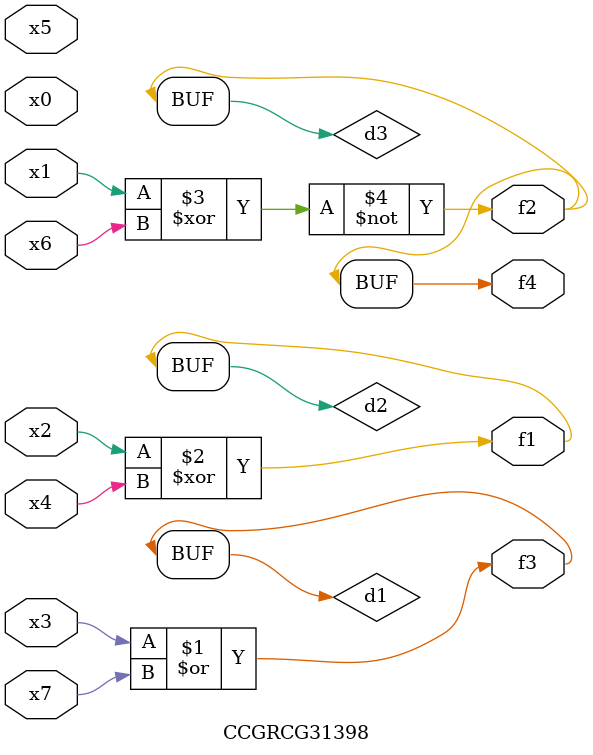
<source format=v>
module CCGRCG31398(
	input x0, x1, x2, x3, x4, x5, x6, x7,
	output f1, f2, f3, f4
);

	wire d1, d2, d3;

	or (d1, x3, x7);
	xor (d2, x2, x4);
	xnor (d3, x1, x6);
	assign f1 = d2;
	assign f2 = d3;
	assign f3 = d1;
	assign f4 = d3;
endmodule

</source>
